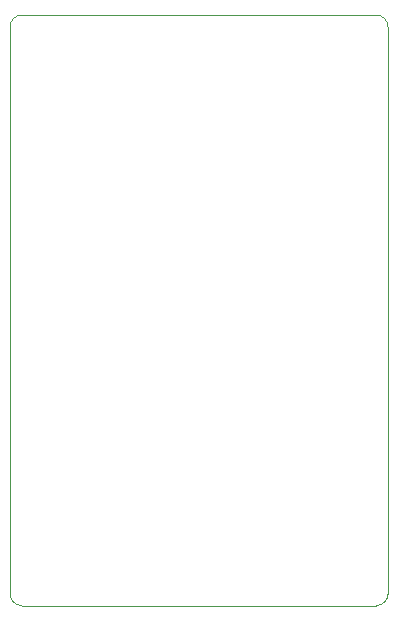
<source format=gbr>
%TF.GenerationSoftware,KiCad,Pcbnew,(6.0.1-0)*%
%TF.CreationDate,2022-02-09T14:27:11+08:00*%
%TF.ProjectId,usb_can,7573625f-6361-46e2-9e6b-696361645f70,rev?*%
%TF.SameCoordinates,Original*%
%TF.FileFunction,Profile,NP*%
%FSLAX46Y46*%
G04 Gerber Fmt 4.6, Leading zero omitted, Abs format (unit mm)*
G04 Created by KiCad (PCBNEW (6.0.1-0)) date 2022-02-09 14:27:11*
%MOMM*%
%LPD*%
G01*
G04 APERTURE LIST*
%TA.AperFunction,Profile*%
%ADD10C,0.100000*%
%TD*%
G04 APERTURE END LIST*
D10*
X85000000Y-80000000D02*
G75*
G03*
X84000000Y-81000000I-1J-999999D01*
G01*
X84000000Y-81000000D02*
X84000000Y-129000000D01*
X84000000Y-129000000D02*
G75*
G03*
X85000000Y-130000000I999999J-1D01*
G01*
X115000000Y-130000000D02*
G75*
G03*
X116000000Y-129000000I1J999999D01*
G01*
X85000000Y-130000000D02*
X115000000Y-130000000D01*
X116000000Y-81000000D02*
G75*
G03*
X115000000Y-80000000I-999999J1D01*
G01*
X115000000Y-80000000D02*
X85000000Y-80000000D01*
X116000000Y-129000000D02*
X116000000Y-81000000D01*
M02*

</source>
